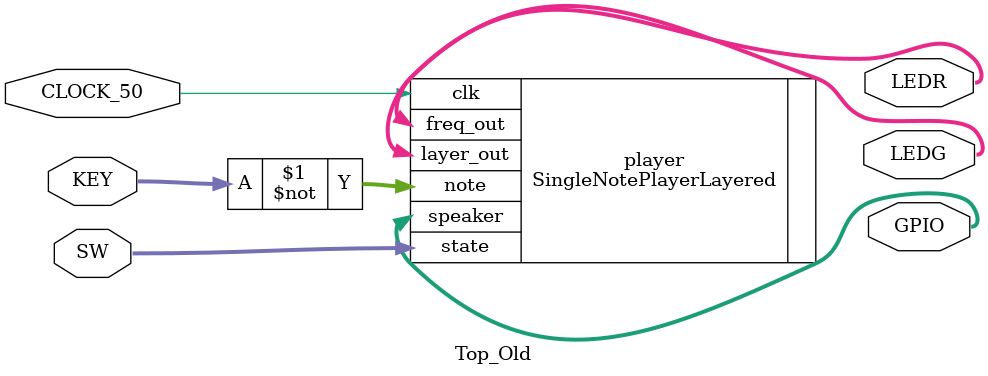
<source format=v>
module Top_Old(CLOCK_50, SW, KEY, LEDG, LEDR, GPIO);
    input CLOCK_50;
    input [2:0] SW;
    input [3:0] KEY;
    output [2:0] LEDG;
    output [18:0] LEDR;
    output [7:0] GPIO;  // Speaker is connected to this

    // Instantiate the note player module
    SingleNotePlayerLayered player(
        .clk(CLOCK_50),
        .state(SW),
        .note(~KEY),
        .layer_out(LEDG),
        .freq_out(LEDR),
        .speaker(GPIO)
    );

endmodule

</source>
